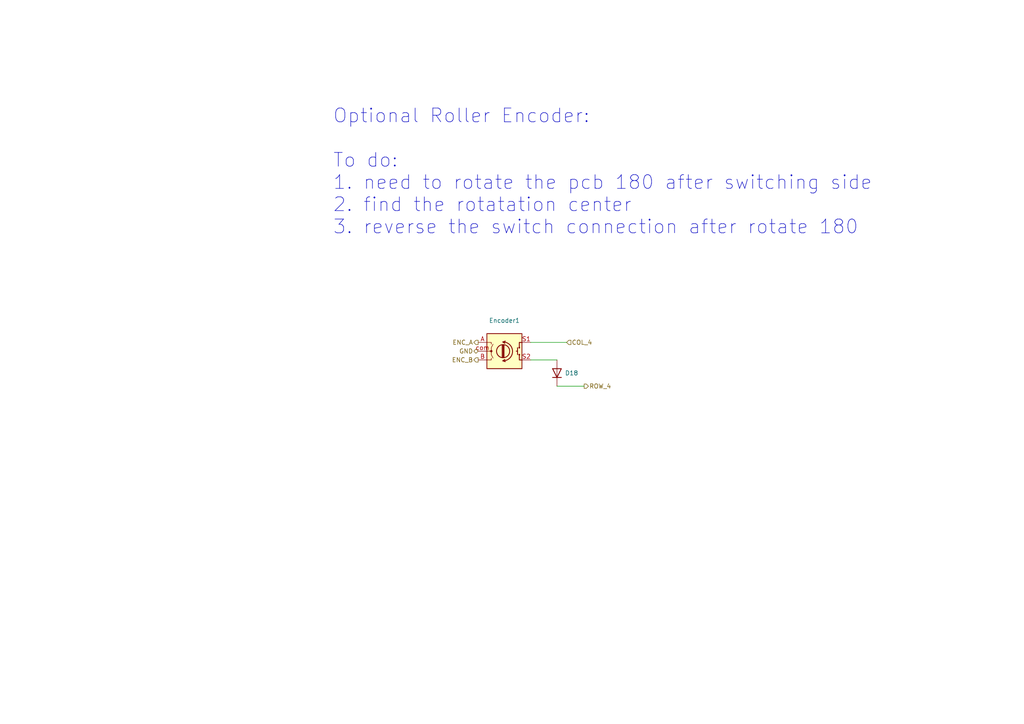
<source format=kicad_sch>
(kicad_sch (version 20211123) (generator eeschema)
  (paper "A4")
  (lib_symbols
    (symbol "mysymbol:1N4148W" (pin_numbers hide) (pin_names (offset 1.016) hide)
      (property "Reference" "D?" (at 2.54 1.2701 90))
      (symbol "1N4148W_0_1"
        (polyline (pts (xy -1.27 1.27) (xy -1.27 -1.27)) (stroke (width 0.254)))
        (polyline (pts (xy 1.27 0) (xy -1.27 0)))
        (polyline (pts (xy 1.27 1.27) (xy 1.27 -1.27) (xy -1.27 0) (xy 1.27 1.27)) (stroke (width 0.254)))
      )
      (symbol "1N4148W_1_1"
        (pin passive line (at -3.81 0 0) (length 2.54) (name "K") (number "1"))
        (pin passive line (at 3.81 0 180) (length 2.54) (name "A") (number "2"))
      )
    )
    (symbol "mysymbol:RotaryEncoder" (pin_names (offset 0.254) hide)
      (property "Reference" "SW?" (at 0 10.16 0))
      (property "Value" "RotaryEncoder" (at 0 7.62 0))
      (symbol "RotaryEncoder_0_1"
        (rectangle (start -5.08 5.08) (end 5.08 -5.08) (stroke (width 0.254)) (fill (type background)))
        (circle (center -3.81 0) (radius 0.254) (fill (type outline)))
        (arc (start -0.381 -2.794) (mid 2.3622 -0.0635) (end -0.381 2.667) (stroke (width 0.254)))
        (circle (center -0.381 0) (radius 1.905) (stroke (width 0.254)))
        (polyline (pts (xy -0.635 -1.778) (xy -0.635 1.778)) (stroke (width 0.254)))
        (polyline (pts (xy -0.381 -1.778) (xy -0.381 1.778)) (stroke (width 0.254)))
        (polyline (pts (xy -0.127 1.778) (xy -0.127 -1.778)) (stroke (width 0.254)))
        (polyline (pts (xy 3.81 0) (xy 3.429 0)) (stroke (width 0.254)))
        (polyline (pts (xy 3.81 1.016) (xy 3.81 -1.016)) (stroke (width 0.254)))
        (polyline (pts (xy -5.08 -2.54) (xy -3.81 -2.54) (xy -3.81 -2.032)))
        (polyline (pts (xy -5.08 2.54) (xy -3.81 2.54) (xy -3.81 2.032)))
        (polyline (pts (xy 0.254 -3.048) (xy -0.508 -2.794) (xy 0.127 -2.413)) (stroke (width 0.254)))
        (polyline (pts (xy 0.254 2.921) (xy -0.508 2.667) (xy 0.127 2.286)) (stroke (width 0.254)))
        (polyline (pts (xy 5.08 -2.54) (xy 4.318 -2.54) (xy 4.318 -1.016)) (stroke (width 0.254)))
        (polyline (pts (xy 5.08 2.54) (xy 4.318 2.54) (xy 4.318 1.016)) (stroke (width 0.254)))
        (polyline (pts (xy -5.08 0) (xy -3.81 0) (xy -3.81 -1.016) (xy -3.302 -2.032)))
        (polyline (pts (xy -4.318 0) (xy -3.81 0) (xy -3.81 1.016) (xy -3.302 2.032)))
        (circle (center 4.318 -1.016) (radius 0.127) (stroke (width 0.254)))
        (circle (center 4.318 1.016) (radius 0.127) (stroke (width 0.254)))
      )
      (symbol "RotaryEncoder_1_1"
        (pin passive line (at -7.62 2.54 0) (length 2.54) (name "A") (number "A"))
        (pin passive line (at -7.62 -2.54 0) (length 2.54) (name "B") (number "B"))
        (pin passive line (at 7.62 2.54 180) (length 2.54) (name "S1") (number "S1"))
        (pin passive line (at 7.62 -2.54 180) (length 2.54) (name "S2") (number "S2"))
        (pin passive line (at -7.62 0 0) (length 2.54) (name "COM") (number "com"))
      )
    )
  )
  (wire (pts (xy 161.544 112.014) (xy 169.418 112.014)))
  (wire (pts (xy 153.924 99.314) (xy 164.338 99.314)))
  (wire (pts (xy 161.544 104.394) (xy 153.924 104.394)))
  (text "Optional Roller Encoder:\n\nTo do:\n1. need to rotate the pcb 180 after switching side\n2. find the rotatation center\n3. reverse the switch connection after rotate 180\n" (at 96.4946 68.2752 0) (effects (font (size 4 4)) (justify left bottom)))
  (hierarchical_label "ENC_B" (shape output) (at 138.684 104.394 180))
  (hierarchical_label "ROW_4" (shape output) (at 169.418 112.014 0))
  (hierarchical_label "COL_4" (shape input) (at 164.338 99.314 0))
  (hierarchical_label "GND" (shape bidirectional) (at 138.684 101.854 180))
  (hierarchical_label "ENC_A" (shape output) (at 138.684 99.314 180))
  (symbol (lib_id "mysymbol:1N4148W") (at 161.544 108.204 90) (unit 1)
    (property "Reference" "D18" (at 163.83 108.2039 90) (effects (justify right)))
    (property "Value" "1N4148W" (effects hide))
    (property "Footprint" "mylib:Diode" (effects hide))
    (property "Datasheet" "https://www.vishay.com/docs/85748/1n4148w.pdf" (effects hide))
  )
  (symbol (lib_id "mysymbol:RotaryEncoder") (at 146.304 101.854 0) (unit 1)
    (property "Reference" "Encoder1" (at 146.304 92.964 0))
    (property "Value" "RotaryEncoder" (effects hide))
    (property "Footprint" "mylib:Panasonic_EVQWGD001_Latest" (effects hide))
  )
)
</source>
